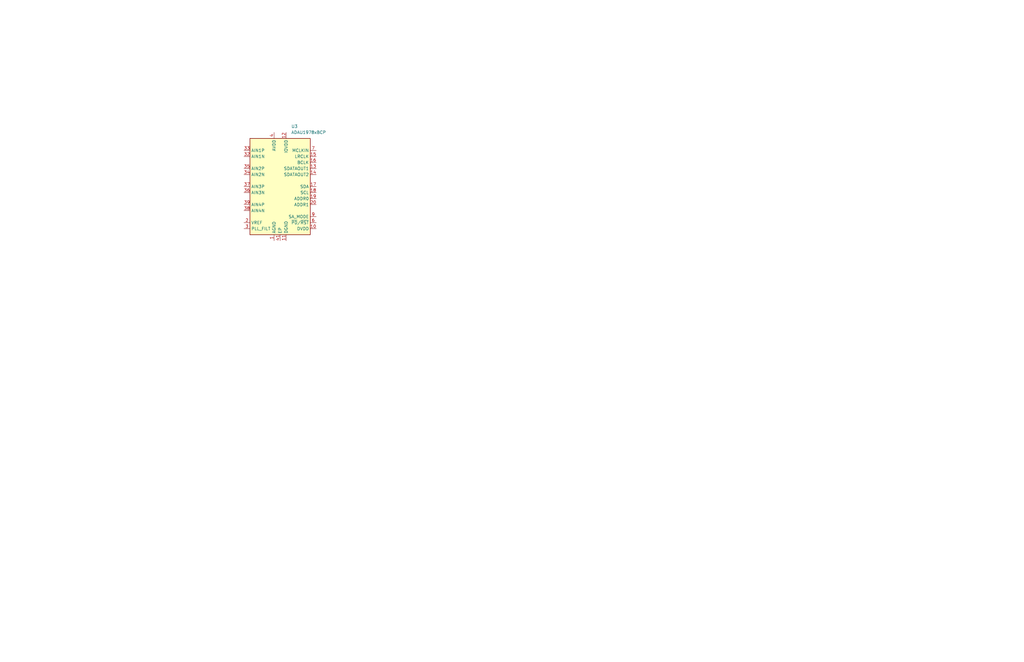
<source format=kicad_sch>
(kicad_sch (version 20250114) (generator "eeschema") (generator_version "9.0")
  (paper "B")
  (title_block (title "Receive ADCs") (date "2026-01-02") (rev "0.0") (company "Andy McCann KA3KAF and Doug McCann KA3KAG"))
  (lib_symbols
    (symbol "Audio:ADAU1978xBCP"
      (property "Reference" "U" (at 12.7 25.4 0))
      (property "Value" "ADAU1978xBCP" (at 12.7 22.86 0))
      (symbol "ADAU1978xBCP_0_1"
        (rectangle (start -12.7 20.32) (end 12.7 -20.32) (stroke (width 0.254)) (fill (type background)))
      )
      (symbol "ADAU1978xBCP_1_1"
        (pin input line (at -15.24 15.24 0) (length 2.54) (name "AIN1P") (number "33"))
        (pin input line (at -15.24 12.7 0) (length 2.54) (name "AIN1N") (number "32"))
        (pin input line (at -15.24 7.62 0) (length 2.54) (name "AIN2P") (number "35"))
        (pin input line (at -15.24 5.08 0) (length 2.54) (name "AIN2N") (number "34"))
        (pin input line (at -15.24 0 0) (length 2.54) (name "AIN3P") (number "37"))
        (pin input line (at -15.24 -2.54 0) (length 2.54) (name "AIN3N") (number "36"))
        (pin input line (at -15.24 -7.62 0) (length 2.54) (name "AIN4P") (number "39"))
        (pin input line (at -15.24 -10.16 0) (length 2.54) (name "AIN4N") (number "38"))
        (pin output line (at -15.24 -15.24 0) (length 2.54) (name "VREF") (number "2"))
        (pin output line (at -15.24 -17.78 0) (length 2.54) (name "PLL_FILT") (number "3"))
        (pin no_connect line (at -10.16 -20.32 90) (length 2.54) (hide yes) (name "NC") (number "23"))
        (pin no_connect line (at -7.62 -20.32 90) (length 2.54) (hide yes) (name "NC") (number "24"))
        (pin no_connect line (at -5.08 -20.32 90) (length 2.54) (hide yes) (name "NC") (number "25"))
        (pin passive line (at -2.54 22.86 270) (length 2.54) (hide yes) (name "AVDD") (number "31"))
        (pin power_in line (at -2.54 22.86 270) (length 2.54) (name "AVDD") (number "4"))
        (pin passive line (at -2.54 22.86 270) (length 2.54) (hide yes) (name "AVDD") (number "40"))
        (pin power_in line (at -2.54 -22.86 90) (length 2.54) (name "AGND") (number "1"))
        (pin passive line (at -2.54 -22.86 90) (length 2.54) (hide yes) (name "AGND") (number "21"))
        (pin passive line (at -2.54 -22.86 90) (length 2.54) (hide yes) (name "AGND") (number "22"))
        (pin passive line (at -2.54 -22.86 90) (length 2.54) (hide yes) (name "AGND") (number "28"))
        (pin passive line (at -2.54 -22.86 90) (length 2.54) (hide yes) (name "AGND") (number "29"))
        (pin passive line (at -2.54 -22.86 90) (length 2.54) (hide yes) (name "AGND") (number "5"))
        (pin power_in line (at 0 -22.86 90) (length 2.54) (name "EP") (number "41"))
        (pin power_in line (at 2.54 22.86 270) (length 2.54) (name "IOVDD") (number "12"))
        (pin power_in line (at 2.54 -22.86 90) (length 2.54) (name "DGND") (number "11"))
        (pin no_connect line (at 5.08 -20.32 90) (length 2.54) (hide yes) (name "NC") (number "26"))
        (pin no_connect line (at 7.62 -20.32 90) (length 2.54) (hide yes) (name "NC") (number "27"))
        (pin no_connect line (at 10.16 -20.32 90) (length 2.54) (hide yes) (name "NC") (number "30"))
        (pin no_connect line (at 12.7 17.78 180) (length 2.54) (hide yes) (name "NC") (number "8"))
        (pin input line (at 15.24 15.24 180) (length 2.54) (name "MCLKIN") (number "7"))
        (pin bidirectional line (at 15.24 12.7 180) (length 2.54) (name "LRCLK") (number "15"))
        (pin bidirectional line (at 15.24 10.16 180) (length 2.54) (name "BCLK") (number "16"))
        (pin output line (at 15.24 7.62 180) (length 2.54) (name "SDATAOUT1") (number "13"))
        (pin output line (at 15.24 5.08 180) (length 2.54) (name "SDATAOUT2") (number "14"))
        (pin bidirectional line (at 15.24 0 180) (length 2.54) (name "SDA") (number "17"))
        (pin input line (at 15.24 -2.54 180) (length 2.54) (name "SCL") (number "18"))
        (pin input line (at 15.24 -5.08 180) (length 2.54) (name "ADDR0") (number "19"))
        (pin input line (at 15.24 -7.62 180) (length 2.54) (name "ADDR1") (number "20"))
        (pin input line (at 15.24 -12.7 180) (length 2.54) (name "SA_MODE") (number "9"))
        (pin input line (at 15.24 -15.24 180) (length 2.54) (name "~{PD}/~{RST}") (number "6"))
        (pin power_out line (at 15.24 -17.78 180) (length 2.54) (name "DVDD") (number "10"))
      )
    )
  )
  (symbol (lib_id "Audio:ADAU1978xBCP") (at 118.11 78.74 0) (unit 1)
    (property "Reference" "U3" (at 122.7933 53.34 0) (effects (justify left)))
    (property "Value" "ADAU1978xBCP" (at 122.7933 55.88 0) (effects (justify left)))
    (property "Footprint" "Package_CSP:LFCSP-40-1EP_6x6mm_P0.5mm_EP3.9x3.9mm" (effects (hide yes)))
    (property "Datasheet" "https://www.analog.com/media/en/technical-documentation/data-sheets/ADAU1978.pdf" (effects (hide yes)))
    (property "Description" "Quad Analog-to-Digital Converter, 2Vrms differential inputs, LFCSP-40" (effects (hide yes)))
  )
)
</source>
